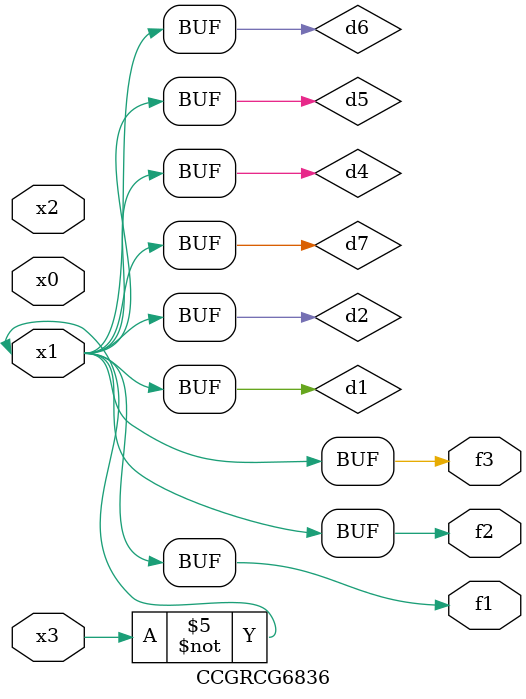
<source format=v>
module CCGRCG6836(
	input x0, x1, x2, x3,
	output f1, f2, f3
);

	wire d1, d2, d3, d4, d5, d6, d7;

	not (d1, x3);
	buf (d2, x1);
	xnor (d3, d1, d2);
	nor (d4, d1);
	buf (d5, d1, d2);
	buf (d6, d4, d5);
	nand (d7, d4);
	assign f1 = d6;
	assign f2 = d7;
	assign f3 = d6;
endmodule

</source>
